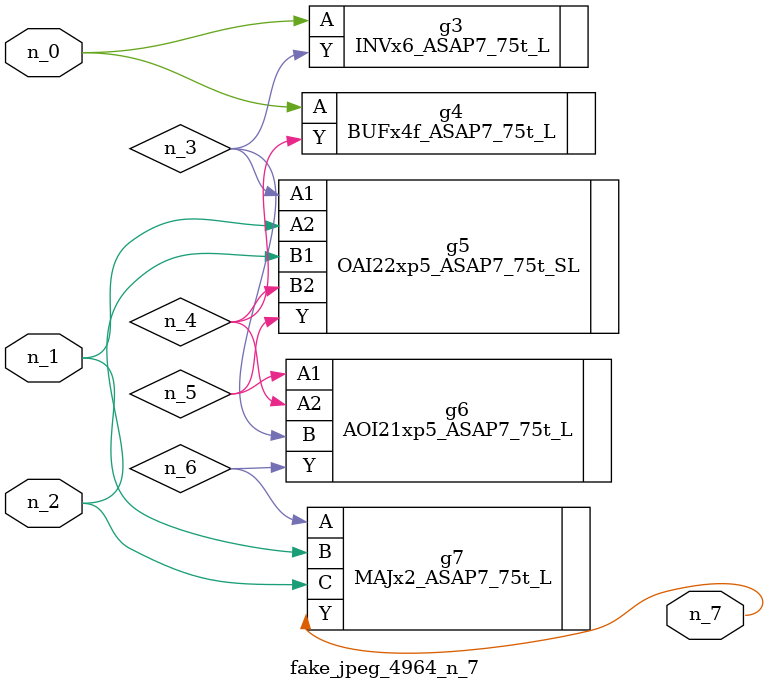
<source format=v>
module fake_jpeg_4964_n_7 (n_0, n_2, n_1, n_7);

input n_0;
input n_2;
input n_1;

output n_7;

wire n_3;
wire n_4;
wire n_6;
wire n_5;

INVx6_ASAP7_75t_L g3 ( 
.A(n_0),
.Y(n_3)
);

BUFx4f_ASAP7_75t_L g4 ( 
.A(n_0),
.Y(n_4)
);

OAI22xp5_ASAP7_75t_SL g5 ( 
.A1(n_3),
.A2(n_1),
.B1(n_2),
.B2(n_4),
.Y(n_5)
);

AOI21xp5_ASAP7_75t_L g6 ( 
.A1(n_5),
.A2(n_4),
.B(n_3),
.Y(n_6)
);

MAJx2_ASAP7_75t_L g7 ( 
.A(n_6),
.B(n_1),
.C(n_2),
.Y(n_7)
);


endmodule
</source>
